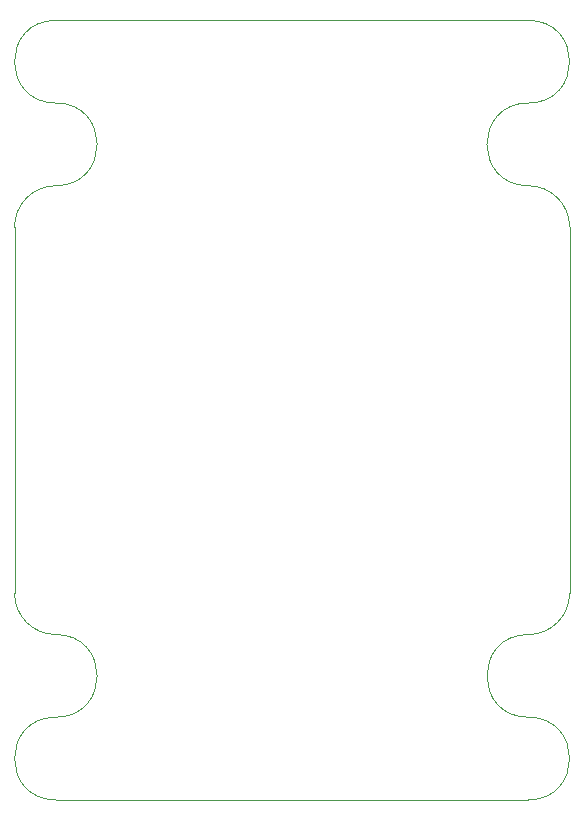
<source format=gm1>
G04 #@! TF.GenerationSoftware,KiCad,Pcbnew,7.0.6*
G04 #@! TF.CreationDate,2024-05-29T18:09:33+12:00*
G04 #@! TF.ProjectId,flight_computer,666c6967-6874-45f6-936f-6d7075746572,rev?*
G04 #@! TF.SameCoordinates,Original*
G04 #@! TF.FileFunction,Profile,NP*
%FSLAX46Y46*%
G04 Gerber Fmt 4.6, Leading zero omitted, Abs format (unit mm)*
G04 Created by KiCad (PCBNEW 7.0.6) date 2024-05-29 18:09:33*
%MOMM*%
%LPD*%
G01*
G04 APERTURE LIST*
G04 #@! TA.AperFunction,Profile*
%ADD10C,0.100000*%
G04 #@! TD*
G04 APERTURE END LIST*
D10*
X169650000Y-116462502D02*
X169650000Y-85462498D01*
X126150000Y-133962500D02*
X166150000Y-133962500D01*
X169650000Y-85462498D02*
G75*
G03*
X166150000Y-81962500I-3500000J-2D01*
G01*
X126150000Y-67962500D02*
G75*
G03*
X126150000Y-74962500I0J-3500000D01*
G01*
X166150000Y-133962500D02*
G75*
G03*
X166150000Y-126962500I0J3500000D01*
G01*
X122650000Y-116462502D02*
G75*
G03*
X126150000Y-119962500I3500000J2D01*
G01*
X166150000Y-74962500D02*
G75*
G03*
X166150000Y-67962500I0J3500000D01*
G01*
X126150000Y-126962500D02*
G75*
G03*
X126150000Y-133962500I0J-3500000D01*
G01*
X122650000Y-85462498D02*
X122650000Y-116462502D01*
X166150000Y-119962500D02*
G75*
G03*
X166150000Y-126962500I0J-3500000D01*
G01*
X126150000Y-81962500D02*
G75*
G03*
X122650000Y-85462498I0J-3500000D01*
G01*
X166150000Y-74962500D02*
G75*
G03*
X166150000Y-81962500I0J-3500000D01*
G01*
X126150000Y-126962500D02*
G75*
G03*
X126150000Y-119962500I0J3500000D01*
G01*
X126150000Y-67962500D02*
X166150000Y-67962500D01*
X166150000Y-119962500D02*
G75*
G03*
X169650000Y-116462502I0J3500000D01*
G01*
X126150000Y-81962500D02*
G75*
G03*
X126150000Y-74962500I0J3500000D01*
G01*
M02*

</source>
